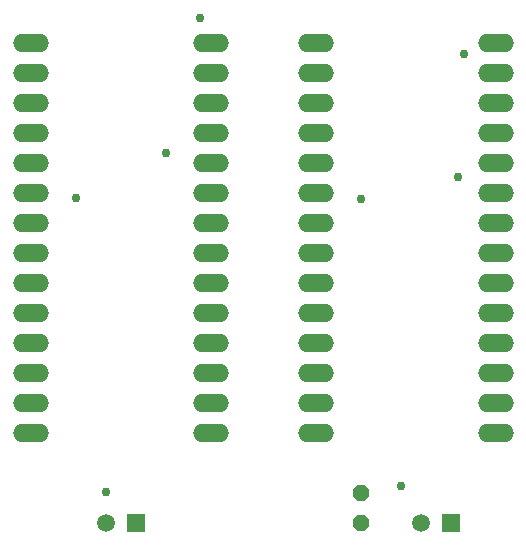
<source format=gbr>
%TF.GenerationSoftware,KiCad,Pcbnew,7.0.1*%
%TF.CreationDate,2023-09-15T15:11:26+09:00*%
%TF.ProjectId,remote emergency switch,72656d6f-7465-4206-956d-657267656e63,rev?*%
%TF.SameCoordinates,Original*%
%TF.FileFunction,Copper,L2,Bot*%
%TF.FilePolarity,Positive*%
%FSLAX46Y46*%
G04 Gerber Fmt 4.6, Leading zero omitted, Abs format (unit mm)*
G04 Created by KiCad (PCBNEW 7.0.1) date 2023-09-15 15:11:26*
%MOMM*%
%LPD*%
G01*
G04 APERTURE LIST*
G04 Aperture macros list*
%AMOutline5P*
0 Free polygon, 5 corners , with rotation*
0 The origin of the aperture is its center*
0 number of corners: always 5*
0 $1 to $10 corner X, Y*
0 $11 Rotation angle, in degrees counterclockwise*
0 create outline with 5 corners*
4,1,5,$1,$2,$3,$4,$5,$6,$7,$8,$9,$10,$1,$2,$11*%
%AMOutline6P*
0 Free polygon, 6 corners , with rotation*
0 The origin of the aperture is its center*
0 number of corners: always 6*
0 $1 to $12 corner X, Y*
0 $13 Rotation angle, in degrees counterclockwise*
0 create outline with 6 corners*
4,1,6,$1,$2,$3,$4,$5,$6,$7,$8,$9,$10,$11,$12,$1,$2,$13*%
%AMOutline7P*
0 Free polygon, 7 corners , with rotation*
0 The origin of the aperture is its center*
0 number of corners: always 7*
0 $1 to $14 corner X, Y*
0 $15 Rotation angle, in degrees counterclockwise*
0 create outline with 7 corners*
4,1,7,$1,$2,$3,$4,$5,$6,$7,$8,$9,$10,$11,$12,$13,$14,$1,$2,$15*%
%AMOutline8P*
0 Free polygon, 8 corners , with rotation*
0 The origin of the aperture is its center*
0 number of corners: always 8*
0 $1 to $16 corner X, Y*
0 $17 Rotation angle, in degrees counterclockwise*
0 create outline with 8 corners*
4,1,8,$1,$2,$3,$4,$5,$6,$7,$8,$9,$10,$11,$12,$13,$14,$15,$16,$1,$2,$17*%
G04 Aperture macros list end*
%TA.AperFunction,WasherPad*%
%ADD10C,0.100000*%
%TD*%
%TA.AperFunction,ComponentPad*%
%ADD11Outline8P,-0.660400X0.273547X-0.273547X0.660400X0.273547X0.660400X0.660400X0.273547X0.660400X-0.273547X0.273547X-0.660400X-0.273547X-0.660400X-0.660400X-0.273547X270.000000*%
%TD*%
%TA.AperFunction,ComponentPad*%
%ADD12R,1.508000X1.508000*%
%TD*%
%TA.AperFunction,ComponentPad*%
%ADD13C,1.508000*%
%TD*%
%TA.AperFunction,ComponentPad*%
%ADD14O,3.048000X1.524000*%
%TD*%
%TA.AperFunction,ViaPad*%
%ADD15C,0.756400*%
%TD*%
G04 APERTURE END LIST*
D10*
%TO.P,,*%
%TO.N,*%
X148000000Y-82730000D03*
%TD*%
D11*
%TO.P,C15,2*%
%TO.N,SGND*%
X156286100Y-124683600D03*
%TO.P,C15,1*%
%TO.N,+3V3*%
X156286100Y-122143600D03*
%TD*%
D12*
%TO.P,EME1,1*%
%TO.N,SGND*%
X137236100Y-124683600D03*
D13*
%TO.P,EME1,2*%
%TO.N,EM1*%
X134696100Y-124683600D03*
%TD*%
D14*
%TO.P,TWE_LEFT1,14*%
%TO.N,N/C*%
X128346100Y-117063600D03*
%TO.P,TWE_LEFT1,13*%
X128346100Y-114523600D03*
%TO.P,TWE_LEFT1,12*%
X128346100Y-111983600D03*
%TO.P,TWE_LEFT1,11*%
X128346100Y-109443600D03*
%TO.P,TWE_LEFT1,10*%
X128346100Y-106903600D03*
%TO.P,TWE_LEFT1,9*%
X128346100Y-104363600D03*
%TO.P,TWE_LEFT1,8*%
X128346100Y-101823600D03*
%TO.P,TWE_LEFT1,7*%
X128346100Y-99283600D03*
%TO.P,TWE_LEFT1,6*%
X128346100Y-96743600D03*
%TO.P,TWE_LEFT1,5*%
X128346100Y-94203600D03*
%TO.P,TWE_LEFT1,4*%
X128346100Y-91663600D03*
%TO.P,TWE_LEFT1,3*%
X128346100Y-89123600D03*
%TO.P,TWE_LEFT1,2*%
X128346100Y-86583600D03*
%TO.P,TWE_LEFT1,1*%
%TO.N,SGND*%
X128346100Y-84043600D03*
%TD*%
%TO.P,TWE_RIGHT1,14*%
%TO.N,EM1*%
X143586100Y-117063600D03*
%TO.P,TWE_RIGHT1,13*%
%TO.N,N/C*%
X143586100Y-114523600D03*
%TO.P,TWE_RIGHT1,12*%
X143586100Y-111983600D03*
%TO.P,TWE_RIGHT1,11*%
X143586100Y-109443600D03*
%TO.P,TWE_RIGHT1,10*%
X143586100Y-106903600D03*
%TO.P,TWE_RIGHT1,9*%
X143586100Y-104363600D03*
%TO.P,TWE_RIGHT1,8*%
X143586100Y-101823600D03*
%TO.P,TWE_RIGHT1,7*%
X143586100Y-99283600D03*
%TO.P,TWE_RIGHT1,6*%
X143586100Y-96743600D03*
%TO.P,TWE_RIGHT1,5*%
X143586100Y-94203600D03*
%TO.P,TWE_RIGHT1,4*%
X143586100Y-91663600D03*
%TO.P,TWE_RIGHT1,3*%
X143586100Y-89123600D03*
%TO.P,TWE_RIGHT1,2*%
X143586100Y-86583600D03*
%TO.P,TWE_RIGHT1,1*%
%TO.N,+3V3*%
X143586100Y-84043600D03*
%TD*%
%TO.P,TWE_LEFT2,14*%
%TO.N,N/C*%
X152476100Y-117063600D03*
%TO.P,TWE_LEFT2,13*%
X152476100Y-114523600D03*
%TO.P,TWE_LEFT2,12*%
X152476100Y-111983600D03*
%TO.P,TWE_LEFT2,11*%
X152476100Y-109443600D03*
%TO.P,TWE_LEFT2,10*%
X152476100Y-106903600D03*
%TO.P,TWE_LEFT2,9*%
X152476100Y-104363600D03*
%TO.P,TWE_LEFT2,8*%
X152476100Y-101823600D03*
%TO.P,TWE_LEFT2,7*%
X152476100Y-99283600D03*
%TO.P,TWE_LEFT2,6*%
X152476100Y-96743600D03*
%TO.P,TWE_LEFT2,5*%
X152476100Y-94203600D03*
%TO.P,TWE_LEFT2,4*%
X152476100Y-91663600D03*
%TO.P,TWE_LEFT2,3*%
X152476100Y-89123600D03*
%TO.P,TWE_LEFT2,2*%
X152476100Y-86583600D03*
%TO.P,TWE_LEFT2,1*%
%TO.N,SGND*%
X152476100Y-84043600D03*
%TD*%
%TO.P,TWE_RIGHT2,14*%
%TO.N,N/C*%
X167716100Y-117063600D03*
%TO.P,TWE_RIGHT2,13*%
X167716100Y-114523600D03*
%TO.P,TWE_RIGHT2,12*%
X167716100Y-111983600D03*
%TO.P,TWE_RIGHT2,11*%
X167716100Y-109443600D03*
%TO.P,TWE_RIGHT2,10*%
X167716100Y-106903600D03*
%TO.P,TWE_RIGHT2,9*%
X167716100Y-104363600D03*
%TO.P,TWE_RIGHT2,8*%
X167716100Y-101823600D03*
%TO.P,TWE_RIGHT2,7*%
X167716100Y-99283600D03*
%TO.P,TWE_RIGHT2,6*%
X167716100Y-96743600D03*
%TO.P,TWE_RIGHT2,5*%
X167716100Y-94203600D03*
%TO.P,TWE_RIGHT2,4*%
X167716100Y-91663600D03*
%TO.P,TWE_RIGHT2,3*%
X167716100Y-89123600D03*
%TO.P,TWE_RIGHT2,2*%
X167716100Y-86583600D03*
%TO.P,TWE_RIGHT2,1*%
%TO.N,+3V3*%
X167716100Y-84043600D03*
%TD*%
D12*
%TO.P,CELL_SUPPLY0,1*%
%TO.N,SGND*%
X163906100Y-124683600D03*
D13*
%TO.P,CELL_SUPPLY0,2*%
%TO.N,+3V3*%
X161366100Y-124683600D03*
%TD*%
D15*
%TO.N,SGND*%
X142697100Y-81884600D03*
X165049100Y-84932600D03*
X164541100Y-95346600D03*
X156286100Y-97251600D03*
X159715100Y-121508600D03*
X134696100Y-122016600D03*
X139776100Y-93314600D03*
X132156100Y-97124600D03*
%TD*%
M02*

</source>
